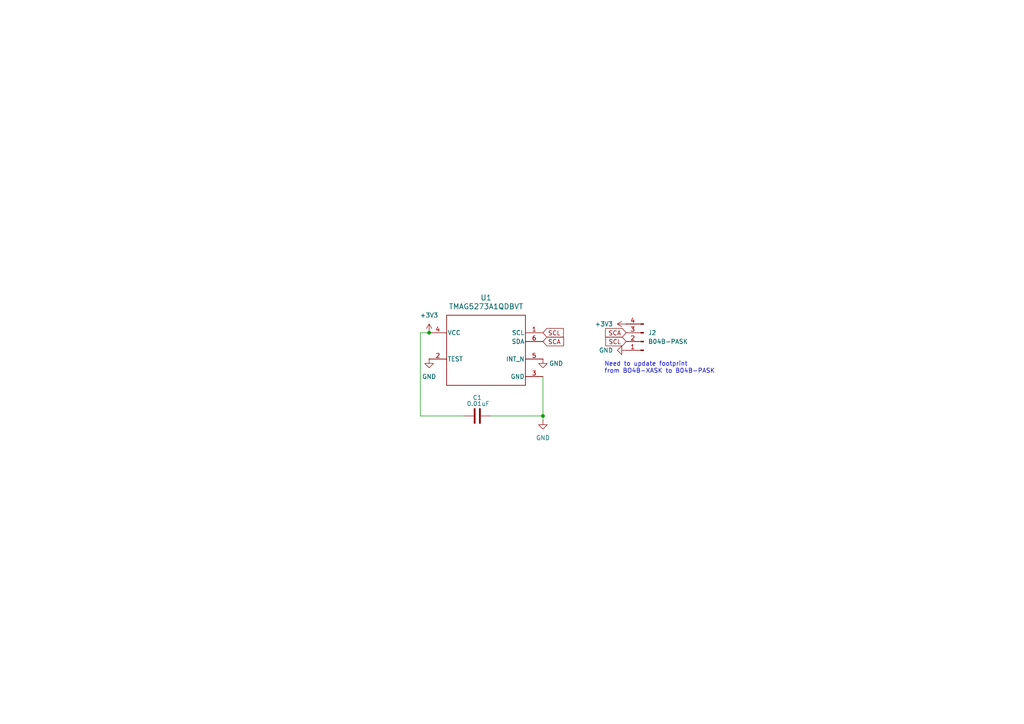
<source format=kicad_sch>
(kicad_sch (version 20231120) (generator "eeschema") (generator_version "8.0")
  (paper "A4")
  (lib_symbols
    (symbol "Connector:Conn_01x04_Pin" (pin_names (offset 1.016) hide)
      (property "Reference" "J" (at 0 5.08 0))
      (property "Value" "Conn_01x04_Pin" (at 0 -7.62 0))
      (symbol "Conn_01x04_Pin_1_1"
        (polyline (pts (xy 1.27 -5.08) (xy 0.8636 -5.08)) (stroke (width 0.1524)))
        (polyline (pts (xy 1.27 -2.54) (xy 0.8636 -2.54)) (stroke (width 0.1524)))
        (polyline (pts (xy 1.27 0) (xy 0.8636 0)) (stroke (width 0.1524)))
        (polyline (pts (xy 1.27 2.54) (xy 0.8636 2.54)) (stroke (width 0.1524)))
        (rectangle (start 0.8636 -4.953) (end 0 -5.207) (stroke (width 0.1524)) (fill (type outline)))
        (rectangle (start 0.8636 -2.413) (end 0 -2.667) (stroke (width 0.1524)) (fill (type outline)))
        (rectangle (start 0.8636 0.127) (end 0 -0.127) (stroke (width 0.1524)) (fill (type outline)))
        (rectangle (start 0.8636 2.667) (end 0 2.413) (stroke (width 0.1524)) (fill (type outline)))
        (pin passive line (at 5.08 2.54 180) (length 3.81) (name "Pin_1") (number "1"))
        (pin passive line (at 5.08 0 180) (length 3.81) (name "Pin_2") (number "2"))
        (pin passive line (at 5.08 -2.54 180) (length 3.81) (name "Pin_3") (number "3"))
        (pin passive line (at 5.08 -5.08 180) (length 3.81) (name "Pin_4") (number "4"))
      )
    )
    (symbol "Device:C" (pin_numbers hide) (pin_names (offset 0.254))
      (property "Reference" "C" (at 0.635 2.54 0))
      (property "Value" "C" (at 0.635 -2.54 0))
      (symbol "C_0_1"
        (polyline (pts (xy -2.032 -0.762) (xy 2.032 -0.762)) (stroke (width 0.508)))
        (polyline (pts (xy -2.032 0.762) (xy 2.032 0.762)) (stroke (width 0.508)))
      )
      (symbol "C_1_1"
        (pin passive line (at 0 3.81 270) (length 2.794) (name "~") (number "1"))
        (pin passive line (at 0 -3.81 90) (length 2.794) (name "~") (number "2"))
      )
    )
    (symbol "TMAG5273A1QDBVT:TMAG5273A1QDBVT" (pin_names (offset 0.254))
      (property "Reference" "U" (at 0 2.54 0))
      (property "Value" "TMAG5273A1QDBVT" (at 0 0 0))
      (symbol "TMAG5273A1QDBVT_0_1"
        (polyline (pts (xy 5.08 -15.24) (xy 27.94 -15.24)) (stroke (width 0.2032)))
        (polyline (pts (xy 5.08 5.08) (xy 5.08 -15.24)) (stroke (width 0.2032)))
        (polyline (pts (xy 27.94 -15.24) (xy 27.94 5.08)) (stroke (width 0.2032)))
        (polyline (pts (xy 27.94 5.08) (xy 5.08 5.08)) (stroke (width 0.2032)))
        (pin input line (at 33.02 0 180) (length 5.08) (name "SCL") (number "1"))
        (pin input line (at 0 -7.62 0) (length 5.08) (name "TEST") (number "2"))
        (pin power_in line (at 33.02 -12.7 180) (length 5.08) (name "GND") (number "3"))
        (pin power_in line (at 0 0 0) (length 5.08) (name "VCC") (number "4"))
        (pin output line (at 33.02 -7.62 180) (length 5.08) (name "INT_N") (number "5"))
        (pin bidirectional line (at 33.02 -2.54 180) (length 5.08) (name "SDA") (number "6"))
      )
    )
    (symbol "power:+3V3" (power) (pin_numbers hide) (pin_names (offset 0) hide)
      (property "Value" "+3V3" (at 0 3.556 0))
      (symbol "+3V3_0_1"
        (polyline (pts (xy -0.762 1.27) (xy 0 2.54)))
        (polyline (pts (xy 0 0) (xy 0 2.54)))
        (polyline (pts (xy 0 2.54) (xy 0.762 1.27)))
      )
      (symbol "+3V3_1_1"
        (pin power_in line (at 0 0 90) (length 0) (name "~") (number "1"))
      )
    )
    (symbol "power:GND" (power) (pin_numbers hide) (pin_names (offset 0) hide)
      (property "Value" "GND" (at 0 -3.81 0))
      (symbol "GND_0_1"
        (polyline (pts (xy 0 0) (xy 0 -1.27) (xy 1.27 -1.27) (xy 0 -2.54) (xy -1.27 -1.27) (xy 0 -1.27)))
      )
      (symbol "GND_1_1"
        (pin power_in line (at 0 0 270) (length 0) (name "~") (number "1"))
      )
    )
  )
  (junction (at 124.46 96.52))
  (junction (at 157.48 120.65))
  (wire (pts (xy 121.92 120.65) (xy 121.92 96.52)))
  (wire (pts (xy 157.48 121.92) (xy 157.48 120.65)))
  (wire (pts (xy 157.48 120.65) (xy 142.24 120.65)))
  (wire (pts (xy 157.48 109.22) (xy 157.48 120.65)))
  (wire (pts (xy 121.92 96.52) (xy 124.46 96.52)))
  (wire (pts (xy 134.62 120.65) (xy 121.92 120.65)))
  (text "Need to update footprint\nfrom BO4B-XASK to B04B-PASK" (at 175.26 106.68 0) (effects (font (size 1.27 1.27)) (justify left)))
  (global_label "SCA" (shape input) (at 181.61 96.52 180) (property "Intersheetrefs" "${INTERSHEET_REFS}" (effects (hide yes))))
  (global_label "SCA" (shape input) (at 157.48 99.06 0) (property "Intersheetrefs" "${INTERSHEET_REFS}" (effects (hide yes))))
  (global_label "SCL" (shape input) (at 181.61 99.06 180) (property "Intersheetrefs" "${INTERSHEET_REFS}" (effects (hide yes))))
  (global_label "SCL" (shape input) (at 157.48 96.52 0) (property "Intersheetrefs" "${INTERSHEET_REFS}" (effects (hide yes))))
  (symbol (lib_id "power:GND") (at 157.48 104.14 0) (unit 1)
    (property "Reference" "#PWR4" (effects (hide yes)))
    (property "Value" "GND" (at 161.29 105.41 0))
    (property "Description" "Power symbol creates a global label with name \"GND\" , ground" (effects (hide yes)))
  )
  (symbol (lib_id "power:+3V3") (at 181.61 93.98 90) (unit 1)
    (property "Reference" "#PWR1" (effects (hide yes)))
    (property "Value" "+3V3" (at 177.8 93.9799 90) (effects (justify left)))
    (property "Description" "Power symbol creates a global label with name \"+3V3\"" (effects (hide yes)))
  )
  (symbol (lib_id "power:+3V3") (at 124.46 96.52 0) (unit 1)
    (property "Reference" "#PWR7" (effects (hide yes)))
    (property "Value" "+3V3" (at 124.46 91.44 0))
    (property "Description" "Power symbol creates a global label with name \"+3V3\"" (effects (hide yes)))
  )
  (symbol (lib_id "power:GND") (at 157.48 121.92 0) (unit 1)
    (property "Reference" "#PWR2" (effects (hide yes)))
    (property "Value" "GND" (at 157.48 127 0))
    (property "Description" "Power symbol creates a global label with name \"GND\" , ground" (effects (hide yes)))
  )
  (symbol (lib_id "power:GND") (at 181.61 101.6 270) (unit 1)
    (property "Reference" "#PWR5" (effects (hide yes)))
    (property "Value" "GND" (at 177.8 101.5999 90) (effects (justify right)))
    (property "Description" "Power symbol creates a global label with name \"GND\" , ground" (effects (hide yes)))
  )
  (symbol (lib_id "Connector:Conn_01x04_Pin") (at 186.69 99.06 180) (unit 1)
    (property "Reference" "J2" (at 187.96 96.5199 0) (effects (justify right)))
    (property "Value" "B04B-PASK" (at 187.96 99.0599 0) (effects (justify right)))
    (property "Footprint" "B04B_XASK_1:CONN_B04B-XASK-1_JST" (effects (hide yes)))
    (property "Description" "Generic connector, single row, 01x04, script generated" (effects (hide yes)))
  )
  (symbol (lib_id "power:GND") (at 124.46 104.14 0) (unit 1)
    (property "Reference" "#PWR3" (effects (hide yes)))
    (property "Value" "GND" (at 124.46 109.22 0))
    (property "Description" "Power symbol creates a global label with name \"GND\" , ground" (effects (hide yes)))
  )
  (symbol (lib_id "Device:C") (at 138.43 120.65 90) (unit 1)
    (property "Reference" "C1" (at 138.43 115.316 90))
    (property "Value" "0.01uF" (at 138.684 117.094 90))
    (property "Footprint" "Capacitor_SMD:C_0805_2012Metric_Pad1.18x1.45mm_HandSolder" (effects (hide yes)))
    (property "Description" "Unpolarized capacitor" (effects (hide yes)))
  )
  (symbol (lib_id "TMAG5273A1QDBVT:TMAG5273A1QDBVT") (at 124.46 96.52 0) (unit 1)
    (property "Reference" "U1" (at 140.97 86.36 0) (effects (font (size 1.524 1.524))))
    (property "Value" "TMAG5273A1QDBVT" (at 140.97 88.9 0) (effects (font (size 1.524 1.524))))
    (property "Footprint" "DBV0006A-IPC_A" (effects (hide yes)))
    (property "Datasheet" "https://www.ti.com/lit/gpn/tmag5273" (effects (hide yes)))
  )
)
</source>
